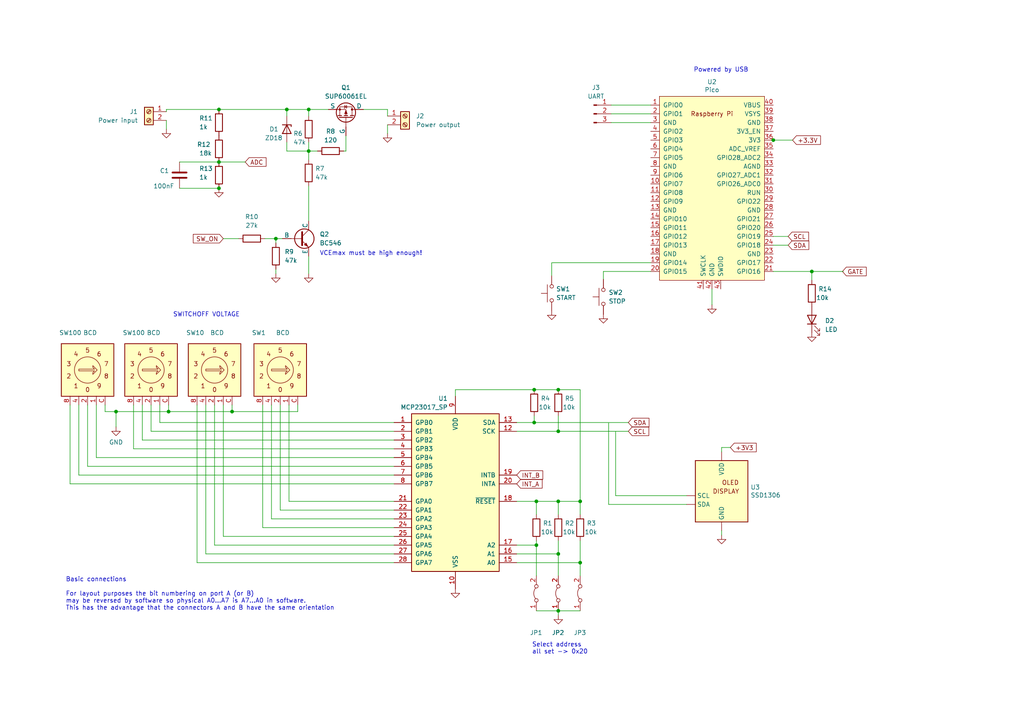
<source format=kicad_sch>
(kicad_sch (version 20230121) (generator eeschema)
  (paper "A4")
  (lib_symbols
    (symbol "Connector:Conn_01x03_Pin" (pin_names (offset 1.016) hide)
      (property "Reference" "J" (at 0 5.08 0))
      (property "Value" "Conn_01x03_Pin" (at 0 -5.08 0))
      (symbol "Conn_01x03_Pin_1_1"
        (polyline (pts (xy 1.27 -2.54) (xy 0.8636 -2.54)) (stroke (width 0.1524)))
        (polyline (pts (xy 1.27 0) (xy 0.8636 0)) (stroke (width 0.1524)))
        (polyline (pts (xy 1.27 2.54) (xy 0.8636 2.54)) (stroke (width 0.1524)))
        (rectangle (start 0.8636 -2.413) (end 0 -2.667) (stroke (width 0.1524)) (fill (type outline)))
        (rectangle (start 0.8636 0.127) (end 0 -0.127) (stroke (width 0.1524)) (fill (type outline)))
        (rectangle (start 0.8636 2.667) (end 0 2.413) (stroke (width 0.1524)) (fill (type outline)))
        (pin passive line (at 5.08 2.54 180) (length 3.81) (name "Pin_1") (number "1"))
        (pin passive line (at 5.08 0 180) (length 3.81) (name "Pin_2") (number "2"))
        (pin passive line (at 5.08 -2.54 180) (length 3.81) (name "Pin_3") (number "3"))
      )
    )
    (symbol "Connector:Screw_Terminal_01x02" (pin_names (offset 1.016) hide)
      (property "Reference" "J" (at 0 2.54 0))
      (property "Value" "Screw_Terminal_01x02" (at 0 -5.08 0))
      (symbol "Screw_Terminal_01x02_1_1"
        (rectangle (start -1.27 1.27) (end 1.27 -3.81) (stroke (width 0.254)) (fill (type background)))
        (circle (center 0 -2.54) (radius 0.635) (stroke (width 0.1524)))
        (polyline (pts (xy -0.5334 -2.2098) (xy 0.3302 -3.048)) (stroke (width 0.1524)))
        (polyline (pts (xy -0.5334 0.3302) (xy 0.3302 -0.508)) (stroke (width 0.1524)))
        (polyline (pts (xy -0.3556 -2.032) (xy 0.508 -2.8702)) (stroke (width 0.1524)))
        (polyline (pts (xy -0.3556 0.508) (xy 0.508 -0.3302)) (stroke (width 0.1524)))
        (circle (center 0 0) (radius 0.635) (stroke (width 0.1524)))
        (pin passive line (at -5.08 0 0) (length 3.81) (name "Pin_1") (number "1"))
        (pin passive line (at -5.08 -2.54 0) (length 3.81) (name "Pin_2") (number "2"))
      )
    )
    (symbol "Device:C" (pin_numbers hide) (pin_names (offset 0.254))
      (property "Reference" "C" (at 0.635 2.54 0))
      (property "Value" "C" (at 0.635 -2.54 0))
      (symbol "C_0_1"
        (polyline (pts (xy -2.032 -0.762) (xy 2.032 -0.762)) (stroke (width 0.508)))
        (polyline (pts (xy -2.032 0.762) (xy 2.032 0.762)) (stroke (width 0.508)))
      )
      (symbol "C_1_1"
        (pin passive line (at 0 3.81 270) (length 2.794) (name "~") (number "1"))
        (pin passive line (at 0 -3.81 90) (length 2.794) (name "~") (number "2"))
      )
    )
    (symbol "Device:D_Zener" (pin_numbers hide) (pin_names (offset 1.016) hide)
      (property "Reference" "D" (at 0 2.54 0))
      (property "Value" "D_Zener" (at 0 -2.54 0))
      (symbol "D_Zener_0_1"
        (polyline (pts (xy 1.27 0) (xy -1.27 0)))
        (polyline (pts (xy -1.27 -1.27) (xy -1.27 1.27) (xy -0.762 1.27)) (stroke (width 0.254)))
        (polyline (pts (xy 1.27 -1.27) (xy 1.27 1.27) (xy -1.27 0) (xy 1.27 -1.27)) (stroke (width 0.254)))
      )
      (symbol "D_Zener_1_1"
        (pin passive line (at -3.81 0 0) (length 2.54) (name "K") (number "1"))
        (pin passive line (at 3.81 0 180) (length 2.54) (name "A") (number "2"))
      )
    )
    (symbol "Device:LED" (pin_numbers hide) (pin_names (offset 1.016) hide)
      (property "Reference" "D" (at 0 2.54 0))
      (property "Value" "LED" (at 0 -2.54 0))
      (symbol "LED_0_1"
        (polyline (pts (xy -1.27 -1.27) (xy -1.27 1.27)) (stroke (width 0.254)))
        (polyline (pts (xy -1.27 0) (xy 1.27 0)))
        (polyline (pts (xy 1.27 -1.27) (xy 1.27 1.27) (xy -1.27 0) (xy 1.27 -1.27)) (stroke (width 0.254)))
        (polyline (pts (xy -3.048 -0.762) (xy -4.572 -2.286) (xy -3.81 -2.286) (xy -4.572 -2.286) (xy -4.572 -1.524)))
        (polyline (pts (xy -1.778 -0.762) (xy -3.302 -2.286) (xy -2.54 -2.286) (xy -3.302 -2.286) (xy -3.302 -1.524)))
      )
      (symbol "LED_1_1"
        (pin passive line (at -3.81 0 0) (length 2.54) (name "K") (number "1"))
        (pin passive line (at 3.81 0 180) (length 2.54) (name "A") (number "2"))
      )
    )
    (symbol "Device:R" (pin_numbers hide) (pin_names (offset 0))
      (property "Reference" "R" (at 2.032 0 90))
      (property "Value" "R" (at 0 0 90))
      (symbol "R_0_1"
        (rectangle (start -1.016 -2.54) (end 1.016 2.54) (stroke (width 0.254)))
      )
      (symbol "R_1_1"
        (pin passive line (at 0 3.81 270) (length 1.27) (name "~") (number "1"))
        (pin passive line (at 0 -3.81 90) (length 1.27) (name "~") (number "2"))
      )
    )
    (symbol "Interface_Expansion:MCP23017_SP" (pin_names (offset 1.016))
      (property "Reference" "U" (at -11.43 24.13 0))
      (property "Value" "MCP23017_SP" (at 0 0 0))
      (symbol "MCP23017_SP_0_1"
        (rectangle (start -12.7 22.86) (end 12.7 -22.86) (stroke (width 0.254)) (fill (type background)))
      )
      (symbol "MCP23017_SP_1_1"
        (pin bidirectional line (at 17.78 20.32 180) (length 5.08) (name "GPB0") (number "1"))
        (pin power_in line (at 0 -27.94 90) (length 5.08) (name "VSS") (number "10"))
        (pin no_connect line (at -12.7 15.24 0) (length 5.08) hide (name "NC") (number "11"))
        (pin input line (at -17.78 17.78 0) (length 5.08) (name "SCK") (number "12"))
        (pin bidirectional line (at -17.78 20.32 0) (length 5.08) (name "SDA") (number "13"))
        (pin no_connect line (at -12.7 12.7 0) (length 5.08) hide (name "NC") (number "14"))
        (pin input line (at -17.78 -20.32 0) (length 5.08) (name "A0") (number "15"))
        (pin input line (at -17.78 -17.78 0) (length 5.08) (name "A1") (number "16"))
        (pin input line (at -17.78 -15.24 0) (length 5.08) (name "A2") (number "17"))
        (pin input line (at -17.78 -2.54 0) (length 5.08) (name "~{RESET}") (number "18"))
        (pin tri_state line (at -17.78 5.08 0) (length 5.08) (name "INTB") (number "19"))
        (pin bidirectional line (at 17.78 17.78 180) (length 5.08) (name "GPB1") (number "2"))
        (pin tri_state line (at -17.78 2.54 0) (length 5.08) (name "INTA") (number "20"))
        (pin bidirectional line (at 17.78 -2.54 180) (length 5.08) (name "GPA0") (number "21"))
        (pin bidirectional line (at 17.78 -5.08 180) (length 5.08) (name "GPA1") (number "22"))
        (pin bidirectional line (at 17.78 -7.62 180) (length 5.08) (name "GPA2") (number "23"))
        (pin bidirectional line (at 17.78 -10.16 180) (length 5.08) (name "GPA3") (number "24"))
        (pin bidirectional line (at 17.78 -12.7 180) (length 5.08) (name "GPA4") (number "25"))
        (pin bidirectional line (at 17.78 -15.24 180) (length 5.08) (name "GPA5") (number "26"))
        (pin bidirectional line (at 17.78 -17.78 180) (length 5.08) (name "GPA6") (number "27"))
        (pin bidirectional line (at 17.78 -20.32 180) (length 5.08) (name "GPA7") (number "28"))
        (pin bidirectional line (at 17.78 15.24 180) (length 5.08) (name "GPB2") (number "3"))
        (pin bidirectional line (at 17.78 12.7 180) (length 5.08) (name "GPB3") (number "4"))
        (pin bidirectional line (at 17.78 10.16 180) (length 5.08) (name "GPB4") (number "5"))
        (pin bidirectional line (at 17.78 7.62 180) (length 5.08) (name "GPB5") (number "6"))
        (pin bidirectional line (at 17.78 5.08 180) (length 5.08) (name "GPB6") (number "7"))
        (pin bidirectional line (at 17.78 2.54 180) (length 5.08) (name "GPB7") (number "8"))
        (pin power_in line (at 0 27.94 270) (length 5.08) (name "VDD") (number "9"))
      )
    )
    (symbol "Jumper:Jumper_2_Bridged" (pin_names (offset 0) hide)
      (property "Reference" "JP" (at 0 1.905 0))
      (property "Value" "Jumper_2_Bridged" (at 0 -2.54 0))
      (symbol "Jumper_2_Bridged_0_0"
        (circle (center -2.032 0) (radius 0.508))
        (circle (center 2.032 0) (radius 0.508))
      )
      (symbol "Jumper_2_Bridged_0_1"
        (arc (start 1.524 0.254) (mid 0 0.762) (end -1.524 0.254))
      )
      (symbol "Jumper_2_Bridged_1_1"
        (pin passive line (at -5.08 0 0) (length 2.54) (name "A") (number "1"))
        (pin passive line (at 5.08 0 180) (length 2.54) (name "B") (number "2"))
      )
    )
    (symbol "Simulation_SPICE:NPN" (pin_numbers hide) (pin_names (offset 0))
      (property "Reference" "Q" (at -2.54 7.62 0))
      (property "Value" "NPN" (at -2.54 5.08 0))
      (symbol "NPN_0_1"
        (polyline (pts (xy -2.54 0) (xy 0.635 0)) (stroke (width 0.1524)))
        (polyline (pts (xy 0.635 0.635) (xy 2.54 2.54)))
        (polyline (pts (xy 2.794 -1.27) (xy 2.794 -1.27)) (stroke (width 0.1524)))
        (polyline (pts (xy 2.794 -1.27) (xy 2.794 -1.27)) (stroke (width 0.1524)))
        (polyline (pts (xy 0.635 -0.635) (xy 2.54 -2.54) (xy 2.54 -2.54)))
        (polyline (pts (xy 0.635 1.905) (xy 0.635 -1.905) (xy 0.635 -1.905)) (stroke (width 0.508)))
        (polyline (pts (xy 1.27 -1.778) (xy 1.778 -1.27) (xy 2.286 -2.286) (xy 1.27 -1.778) (xy 1.27 -1.778)) (fill (type outline)))
        (circle (center 1.27 0) (radius 2.8194) (stroke (width 0.254)))
      )
      (symbol "NPN_1_1"
        (pin open_collector line (at 2.54 5.08 270) (length 2.54) (name "C") (number "1"))
        (pin input line (at -5.08 0 0) (length 2.54) (name "B") (number "2"))
        (pin open_emitter line (at 2.54 -5.08 90) (length 2.54) (name "E") (number "3"))
      )
    )
    (symbol "Simulation_SPICE:PMOS" (pin_numbers hide) (pin_names (offset 0))
      (property "Reference" "Q" (at 5.08 1.27 0))
      (property "Value" "PMOS" (at 5.08 -1.27 0))
      (symbol "PMOS_0_1"
        (polyline (pts (xy 0.254 0) (xy -2.54 0)))
        (polyline (pts (xy 0.254 1.905) (xy 0.254 -1.905)) (stroke (width 0.254)))
        (polyline (pts (xy 0.762 -1.27) (xy 0.762 -2.286)) (stroke (width 0.254)))
        (polyline (pts (xy 0.762 0.508) (xy 0.762 -0.508)) (stroke (width 0.254)))
        (polyline (pts (xy 0.762 2.286) (xy 0.762 1.27)) (stroke (width 0.254)))
        (polyline (pts (xy 2.54 2.54) (xy 2.54 1.778)))
        (polyline (pts (xy 2.54 -2.54) (xy 2.54 0) (xy 0.762 0)))
        (polyline (pts (xy 0.762 1.778) (xy 3.302 1.778) (xy 3.302 -1.778) (xy 0.762 -1.778)))
        (polyline (pts (xy 2.286 0) (xy 1.27 0.381) (xy 1.27 -0.381) (xy 2.286 0)) (fill (type outline)))
        (polyline (pts (xy 2.794 -0.508) (xy 2.921 -0.381) (xy 3.683 -0.381) (xy 3.81 -0.254)))
        (polyline (pts (xy 3.302 -0.381) (xy 2.921 0.254) (xy 3.683 0.254) (xy 3.302 -0.381)))
        (circle (center 1.651 0) (radius 2.794) (stroke (width 0.254)))
        (circle (center 2.54 -1.778) (radius 0.254) (fill (type outline)))
        (circle (center 2.54 1.778) (radius 0.254) (fill (type outline)))
      )
      (symbol "PMOS_1_1"
        (pin passive line (at 2.54 5.08 270) (length 2.54) (name "D") (number "1"))
        (pin input line (at -5.08 0 0) (length 2.54) (name "G") (number "2"))
        (pin passive line (at 2.54 -5.08 90) (length 2.54) (name "S") (number "3"))
      )
    )
    (symbol "Switch:SW_Coded_SH-7030" (pin_names hide)
      (property "Reference" "SW" (at -7.62 8.89 0))
      (property "Value" "SW_Coded_SH-7030" (at -7.62 -8.89 0))
      (symbol "SW_Coded_SH-7030_0_0"
        (text "0" (at 5.715 0 2700) (effects (font (size 1.27 1.27))))
        (text "1" (at 4.6228 -3.3528 2340) (effects (font (size 1.27 1.27))))
        (text "2" (at 1.778 -5.4356 1980) (effects (font (size 1.27 1.27))))
        (text "3" (at -1.778 -5.4356 1620) (effects (font (size 1.27 1.27))))
        (text "4" (at -4.6228 -3.3528 1260) (effects (font (size 1.27 1.27))))
        (text "5" (at -5.715 0 900) (effects (font (size 1.27 1.27))))
        (text "6" (at -4.6228 3.3528 540) (effects (font (size 1.27 1.27))))
        (text "7" (at -1.778 5.4356 180) (effects (font (size 1.27 1.27))))
        (text "8" (at 1.778 5.4356 3420) (effects (font (size 1.27 1.27))))
        (text "9" (at 4.6228 3.3528 3060) (effects (font (size 1.27 1.27))))
      )
      (symbol "SW_Coded_SH-7030_0_1"
        (polyline (pts (xy -0.254 -2.54) (xy -0.254 2.032) (xy -0.762 1.524) (xy -1.27 1.524) (xy 0 2.794) (xy 1.27 1.524) (xy 0.762 1.524) (xy 0.254 2.032) (xy 0.254 -2.54) (xy -0.254 -2.54) (xy -0.254 -2.54)))
        (circle (center 0 0) (radius 3.81))
        (rectangle (start 7.62 7.62) (end -7.62 -7.62) (stroke (width 0.254)) (fill (type background)))
      )
      (symbol "SW_Coded_SH-7030_1_1"
        (pin passive line (at 10.16 2.54 180) (length 2.54) (name "1") (number "1"))
        (pin passive line (at 10.16 0 180) (length 2.54) (name "2") (number "2"))
        (pin passive line (at 10.16 -2.54 180) (length 2.54) (name "4") (number "4"))
        (pin passive line (at 10.16 -5.08 180) (length 2.54) (name "8") (number "8"))
        (pin passive line (at 10.16 5.08 180) (length 2.54) (name "C") (number "C"))
      )
    )
    (symbol "Switch:SW_Push" (pin_numbers hide) (pin_names (offset 1.016) hide)
      (property "Reference" "SW" (at 1.27 2.54 0))
      (property "Value" "SW_Push" (at 0 -1.524 0))
      (symbol "SW_Push_0_1"
        (circle (center -2.032 0) (radius 0.508))
        (polyline (pts (xy 0 1.27) (xy 0 3.048)))
        (polyline (pts (xy 2.54 1.27) (xy -2.54 1.27)))
        (circle (center 2.032 0) (radius 0.508))
        (pin passive line (at -5.08 0 0) (length 2.54) (name "1") (number "1"))
        (pin passive line (at 5.08 0 180) (length 2.54) (name "2") (number "2"))
      )
    )
    (symbol "analogger-rescue:SH1106-oled" (pin_numbers hide)
      (property "Reference" "U" (at 2.54 13.97 0))
      (property "Value" "oled_SH1106" (at 7.62 11.43 0))
      (symbol "SH1106-oled_0_0"
        (text "DISPLAY" (at -1.27 1.27 0) (effects (font (size 1.27 1.27))))
        (text "OLED" (at -2.54 3.81 0) (effects (font (size 1.27 1.27))))
      )
      (symbol "SH1106-oled_0_1"
        (rectangle (start -7.62 10.16) (end 7.62 -7.62) (stroke (width 0.254)) (fill (type background)))
      )
      (symbol "SH1106-oled_1_1"
        (pin input line (at 10.16 0 180) (length 2.54) (name "SCL") (number "10"))
        (pin power_in line (at 0 -10.16 90) (length 2.54) (name "GND") (number "3"))
        (pin power_in line (at 0 12.7 270) (length 2.54) (name "VDD") (number "8"))
        (pin bidirectional line (at 10.16 -2.54 180) (length 2.54) (name "SDA") (number "9"))
      )
    )
    (symbol "power:GND" (power) (pin_names (offset 0))
      (property "Value" "GND" (at 0 -3.81 0))
      (symbol "GND_0_1"
        (polyline (pts (xy 0 0) (xy 0 -1.27) (xy 1.27 -1.27) (xy 0 -2.54) (xy -1.27 -1.27) (xy 0 -1.27)))
      )
      (symbol "GND_1_1"
        (pin power_in line (at 0 0 270) (length 0) hide (name "GND") (number "1"))
      )
    )
    (symbol "swiss_01a-rescue:Pico-Raspi_Pico" (pin_names (offset 1.016))
      (property "Reference" "U" (at -13.97 27.94 0))
      (property "Value" "Raspi_Pico_Pico" (at 0 19.05 0))
      (symbol "Pico-Raspi_Pico_0_0"
        (text "Raspberry Pi" (at 0 21.59 0) (effects (font (size 1.27 1.27))))
      )
      (symbol "Pico-Raspi_Pico_0_1"
        (rectangle (start -15.24 26.67) (end 15.24 -26.67) (fill (type background)))
      )
      (symbol "Pico-Raspi_Pico_1_1"
        (pin bidirectional line (at -17.78 24.13 0) (length 2.54) (name "GPIO0") (number "1"))
        (pin bidirectional line (at -17.78 1.27 0) (length 2.54) (name "GPIO7") (number "10"))
        (pin bidirectional line (at -17.78 -1.27 0) (length 2.54) (name "GPIO8") (number "11"))
        (pin bidirectional line (at -17.78 -3.81 0) (length 2.54) (name "GPIO9") (number "12"))
        (pin power_in line (at -17.78 -6.35 0) (length 2.54) (name "GND") (number "13"))
        (pin bidirectional line (at -17.78 -8.89 0) (length 2.54) (name "GPIO10") (number "14"))
        (pin bidirectional line (at -17.78 -11.43 0) (length 2.54) (name "GPIO11") (number "15"))
        (pin bidirectional line (at -17.78 -13.97 0) (length 2.54) (name "GPIO12") (number "16"))
        (pin bidirectional line (at -17.78 -16.51 0) (length 2.54) (name "GPIO13") (number "17"))
        (pin power_in line (at -17.78 -19.05 0) (length 2.54) (name "GND") (number "18"))
        (pin bidirectional line (at -17.78 -21.59 0) (length 2.54) (name "GPIO14") (number "19"))
        (pin bidirectional line (at -17.78 21.59 0) (length 2.54) (name "GPIO1") (number "2"))
        (pin bidirectional line (at -17.78 -24.13 0) (length 2.54) (name "GPIO15") (number "20"))
        (pin bidirectional line (at 17.78 -24.13 180) (length 2.54) (name "GPIO16") (number "21"))
        (pin bidirectional line (at 17.78 -21.59 180) (length 2.54) (name "GPIO17") (number "22"))
        (pin power_in line (at 17.78 -19.05 180) (length 2.54) (name "GND") (number "23"))
        (pin bidirectional line (at 17.78 -16.51 180) (length 2.54) (name "GPIO18") (number "24"))
        (pin bidirectional line (at 17.78 -13.97 180) (length 2.54) (name "GPIO19") (number "25"))
        (pin bidirectional line (at 17.78 -11.43 180) (length 2.54) (name "GPIO20") (number "26"))
        (pin bidirectional line (at 17.78 -8.89 180) (length 2.54) (name "GPIO21") (number "27"))
        (pin power_in line (at 17.78 -6.35 180) (length 2.54) (name "GND") (number "28"))
        (pin bidirectional line (at 17.78 -3.81 180) (length 2.54) (name "GPIO22") (number "29"))
        (pin power_in line (at -17.78 19.05 0) (length 2.54) (name "GND") (number "3"))
        (pin input line (at 17.78 -1.27 180) (length 2.54) (name "RUN") (number "30"))
        (pin bidirectional line (at 17.78 1.27 180) (length 2.54) (name "GPIO26_ADC0") (number "31"))
        (pin bidirectional line (at 17.78 3.81 180) (length 2.54) (name "GPIO27_ADC1") (number "32"))
        (pin power_in line (at 17.78 6.35 180) (length 2.54) (name "AGND") (number "33"))
        (pin bidirectional line (at 17.78 8.89 180) (length 2.54) (name "GPIO28_ADC2") (number "34"))
        (pin unspecified line (at 17.78 11.43 180) (length 2.54) (name "ADC_VREF") (number "35"))
        (pin unspecified line (at 17.78 13.97 180) (length 2.54) (name "3V3") (number "36"))
        (pin input line (at 17.78 16.51 180) (length 2.54) (name "3V3_EN") (number "37"))
        (pin bidirectional line (at 17.78 19.05 180) (length 2.54) (name "GND") (number "38"))
        (pin unspecified line (at 17.78 21.59 180) (length 2.54) (name "VSYS") (number "39"))
        (pin bidirectional line (at -17.78 16.51 0) (length 2.54) (name "GPIO2") (number "4"))
        (pin unspecified line (at 17.78 24.13 180) (length 2.54) (name "VBUS") (number "40"))
        (pin input line (at -2.54 -29.21 90) (length 2.54) (name "SWCLK") (number "41"))
        (pin power_in line (at 0 -29.21 90) (length 2.54) (name "GND") (number "42"))
        (pin bidirectional line (at 2.54 -29.21 90) (length 2.54) (name "SWDIO") (number "43"))
        (pin bidirectional line (at -17.78 13.97 0) (length 2.54) (name "GPIO3") (number "5"))
        (pin bidirectional line (at -17.78 11.43 0) (length 2.54) (name "GPIO4") (number "6"))
        (pin bidirectional line (at -17.78 8.89 0) (length 2.54) (name "GPIO5") (number "7"))
        (pin power_in line (at -17.78 6.35 0) (length 2.54) (name "GND") (number "8"))
        (pin bidirectional line (at -17.78 3.81 0) (length 2.54) (name "GPIO6") (number "9"))
      )
    )
  )
  (junction (at 154.94 113.03))
  (junction (at 161.925 145.415))
  (junction (at 235.458 78.74))
  (junction (at 89.535 43.815))
  (junction (at 161.925 113.03))
  (junction (at 83.185 31.75))
  (junction (at 224.282 40.64))
  (junction (at 67.31 119.38))
  (junction (at 155.575 145.415))
  (junction (at 168.275 163.195))
  (junction (at 161.925 125.095))
  (junction (at 63.5 46.99))
  (junction (at 48.895 119.38))
  (junction (at 80.01 69.215))
  (junction (at 155.575 158.115))
  (junction (at 63.5 31.75))
  (junction (at 33.655 119.38))
  (junction (at 89.535 31.75))
  (junction (at 63.5 54.61))
  (junction (at 168.275 145.415))
  (junction (at 161.925 160.655))
  (junction (at 154.94 122.555))
  (junction (at 161.925 177.165))
  (wire (pts (xy 168.275 163.195) (xy 168.275 156.845)))
  (wire (pts (xy 168.275 163.195) (xy 168.275 167.005)))
  (wire (pts (xy 209.296 153.924) (xy 209.296 155.194)))
  (wire (pts (xy 154.94 122.555) (xy 182.245 122.555)))
  (wire (pts (xy 114.3 158.115) (xy 62.23 158.115)))
  (wire (pts (xy 83.185 41.275) (xy 83.185 43.815)))
  (wire (pts (xy 177.292 33.02) (xy 188.722 33.02)))
  (wire (pts (xy 64.77 69.215) (xy 69.215 69.215)))
  (wire (pts (xy 211.836 129.794) (xy 209.296 129.794)))
  (wire (pts (xy 20.32 140.335) (xy 20.32 117.475)))
  (wire (pts (xy 114.3 132.715) (xy 27.94 132.715)))
  (wire (pts (xy 83.185 31.75) (xy 83.185 33.655)))
  (wire (pts (xy 80.01 69.215) (xy 80.01 70.485)))
  (wire (pts (xy 229.87 40.64) (xy 224.282 40.64)))
  (wire (pts (xy 89.535 53.975) (xy 89.535 64.135)))
  (wire (pts (xy 154.94 113.03) (xy 161.925 113.03)))
  (wire (pts (xy 76.2 153.035) (xy 76.2 117.475)))
  (wire (pts (xy 86.36 119.38) (xy 67.31 119.38)))
  (wire (pts (xy 114.3 145.415) (xy 83.82 145.415)))
  (wire (pts (xy 81.28 147.955) (xy 81.28 117.475)))
  (wire (pts (xy 80.01 78.105) (xy 80.01 79.375)))
  (wire (pts (xy 209.296 129.794) (xy 209.296 131.064)))
  (wire (pts (xy 57.15 163.195) (xy 57.15 117.475)))
  (wire (pts (xy 161.925 177.165) (xy 161.925 178.435)))
  (wire (pts (xy 48.26 31.75) (xy 48.26 32.385)))
  (wire (pts (xy 59.69 160.655) (xy 59.69 117.475)))
  (wire (pts (xy 112.395 31.75) (xy 105.41 31.75)))
  (wire (pts (xy 168.275 149.225) (xy 168.275 145.415)))
  (wire (pts (xy 161.925 145.415) (xy 161.925 149.225)))
  (wire (pts (xy 112.395 33.655) (xy 112.395 31.75)))
  (wire (pts (xy 100.33 43.815) (xy 100.33 39.37)))
  (wire (pts (xy 155.575 158.115) (xy 155.575 167.005)))
  (wire (pts (xy 114.3 127.635) (xy 41.275 127.635)))
  (wire (pts (xy 89.535 31.75) (xy 83.185 31.75)))
  (wire (pts (xy 48.895 117.475) (xy 48.895 119.38)))
  (wire (pts (xy 177.292 30.48) (xy 188.722 30.48)))
  (wire (pts (xy 46.355 122.555) (xy 46.355 117.475)))
  (wire (pts (xy 188.722 76.2) (xy 160.02 76.2)))
  (wire (pts (xy 161.925 145.415) (xy 155.575 145.415)))
  (wire (pts (xy 161.925 177.165) (xy 168.275 177.165)))
  (wire (pts (xy 63.5 31.75) (xy 83.185 31.75)))
  (wire (pts (xy 38.735 130.175) (xy 38.735 117.475)))
  (wire (pts (xy 95.25 31.75) (xy 89.535 31.75)))
  (wire (pts (xy 48.26 31.75) (xy 63.5 31.75)))
  (wire (pts (xy 161.925 120.65) (xy 161.925 125.095)))
  (wire (pts (xy 33.655 119.38) (xy 33.655 123.825)))
  (wire (pts (xy 89.535 31.75) (xy 89.535 33.655)))
  (wire (pts (xy 67.31 117.475) (xy 67.31 119.38)))
  (wire (pts (xy 132.08 113.03) (xy 132.08 114.935)))
  (wire (pts (xy 43.815 125.095) (xy 43.815 117.475)))
  (wire (pts (xy 149.86 160.655) (xy 161.925 160.655)))
  (wire (pts (xy 78.74 150.495) (xy 78.74 117.475)))
  (wire (pts (xy 48.895 119.38) (xy 33.655 119.38)))
  (wire (pts (xy 114.3 155.575) (xy 64.77 155.575)))
  (wire (pts (xy 168.275 145.415) (xy 161.925 145.415)))
  (wire (pts (xy 199.136 146.304) (xy 176.53 146.304)))
  (wire (pts (xy 33.655 119.38) (xy 30.48 119.38)))
  (wire (pts (xy 114.3 130.175) (xy 38.735 130.175)))
  (wire (pts (xy 83.82 145.415) (xy 83.82 117.475)))
  (wire (pts (xy 114.3 137.795) (xy 22.86 137.795)))
  (wire (pts (xy 224.282 71.12) (xy 228.6 71.12)))
  (wire (pts (xy 235.458 78.74) (xy 235.458 81.28)))
  (wire (pts (xy 178.562 125.222) (xy 178.562 143.764)))
  (wire (pts (xy 206.502 83.82) (xy 206.502 88.392)))
  (wire (pts (xy 76.835 69.215) (xy 80.01 69.215)))
  (wire (pts (xy 154.94 120.65) (xy 154.94 122.555)))
  (wire (pts (xy 168.275 113.03) (xy 168.275 145.415)))
  (wire (pts (xy 63.5 46.99) (xy 71.12 46.99)))
  (wire (pts (xy 41.275 127.635) (xy 41.275 117.475)))
  (wire (pts (xy 224.282 68.58) (xy 228.6 68.58)))
  (wire (pts (xy 161.925 160.655) (xy 161.925 156.845)))
  (wire (pts (xy 149.86 158.115) (xy 155.575 158.115)))
  (wire (pts (xy 114.3 150.495) (xy 78.74 150.495)))
  (wire (pts (xy 80.01 69.215) (xy 81.915 69.215)))
  (wire (pts (xy 114.3 163.195) (xy 57.15 163.195)))
  (wire (pts (xy 199.136 143.764) (xy 178.562 143.764)))
  (wire (pts (xy 149.86 125.095) (xy 161.925 125.095)))
  (wire (pts (xy 160.02 76.2) (xy 160.02 80.01)))
  (wire (pts (xy 114.3 160.655) (xy 59.69 160.655)))
  (wire (pts (xy 161.925 113.03) (xy 168.275 113.03)))
  (wire (pts (xy 224.282 78.74) (xy 235.458 78.74)))
  (wire (pts (xy 48.26 34.925) (xy 48.26 37.465)))
  (wire (pts (xy 155.575 145.415) (xy 149.86 145.415)))
  (wire (pts (xy 112.395 36.195) (xy 112.395 38.735)))
  (wire (pts (xy 83.185 43.815) (xy 89.535 43.815)))
  (wire (pts (xy 52.07 54.61) (xy 63.5 54.61)))
  (wire (pts (xy 114.3 125.095) (xy 43.815 125.095)))
  (wire (pts (xy 67.31 119.38) (xy 48.895 119.38)))
  (wire (pts (xy 89.535 43.815) (xy 92.075 43.815)))
  (wire (pts (xy 64.77 155.575) (xy 64.77 117.475)))
  (wire (pts (xy 114.3 147.955) (xy 81.28 147.955)))
  (wire (pts (xy 155.575 158.115) (xy 155.575 156.845)))
  (wire (pts (xy 62.23 158.115) (xy 62.23 117.475)))
  (wire (pts (xy 25.4 135.255) (xy 25.4 117.475)))
  (wire (pts (xy 224.282 40.64) (xy 224.155 40.64)))
  (wire (pts (xy 27.94 132.715) (xy 27.94 117.475)))
  (wire (pts (xy 114.3 122.555) (xy 46.355 122.555)))
  (wire (pts (xy 175.006 78.74) (xy 188.722 78.74)))
  (wire (pts (xy 161.925 160.655) (xy 161.925 167.005)))
  (wire (pts (xy 155.575 145.415) (xy 155.575 149.225)))
  (wire (pts (xy 114.3 140.335) (xy 20.32 140.335)))
  (wire (pts (xy 114.3 153.035) (xy 76.2 153.035)))
  (wire (pts (xy 177.292 35.56) (xy 188.722 35.56)))
  (wire (pts (xy 86.36 117.475) (xy 86.36 119.38)))
  (wire (pts (xy 175.006 81.026) (xy 175.006 78.74)))
  (wire (pts (xy 89.535 43.815) (xy 89.535 46.355)))
  (wire (pts (xy 176.53 122.682) (xy 176.53 146.304)))
  (wire (pts (xy 89.535 41.275) (xy 89.535 43.815)))
  (wire (pts (xy 149.86 163.195) (xy 168.275 163.195)))
  (wire (pts (xy 52.07 46.99) (xy 63.5 46.99)))
  (wire (pts (xy 161.925 125.095) (xy 182.245 125.095)))
  (wire (pts (xy 149.86 122.555) (xy 154.94 122.555)))
  (wire (pts (xy 114.3 135.255) (xy 25.4 135.255)))
  (wire (pts (xy 89.535 74.295) (xy 89.535 79.375)))
  (wire (pts (xy 235.458 78.74) (xy 244.602 78.74)))
  (wire (pts (xy 132.08 113.03) (xy 154.94 113.03)))
  (wire (pts (xy 99.695 43.815) (xy 100.33 43.815)))
  (wire (pts (xy 30.48 119.38) (xy 30.48 117.475)))
  (wire (pts (xy 22.86 137.795) (xy 22.86 117.475)))
  (wire (pts (xy 155.575 177.165) (xy 161.925 177.165)))
  (text "Select address\nall set -> 0x20" (at 154.305 189.865 0) (effects (font (size 1.27 1.27)) (justify left bottom)))
  (text "VCEmax must be high enough!" (at 92.71 74.295 0) (effects (font (size 1.27 1.27)) (justify left bottom)))
  (text "For layout purposes the bit numbering on port A (or B)\nmay be reversed by software so physical A0...A7 is A7...A0 in software.\nThis has the advantage that the connectors A and B have the same orientation\n" (at 19.05 177.165 0) (effects (font (size 1.27 1.27)) (justify left bottom)))
  (text "SWITCHOFF VOLTAGE" (at 50.165 92.075 0) (effects (font (size 1.27 1.27)) (justify left bottom)))
  (text "Basic connections" (at 19.05 168.91 0) (effects (font (size 1.27 1.27)) (justify left bottom)))
  (text "Powered by USB" (at 201.168 21.082 0) (effects (font (size 1.27 1.27)) (justify left bottom)))
  (global_label "+3.3V" (shape input) (at 229.87 40.64 0) (property "Intersheetrefs" "${INTERSHEET_REFS}" (effects hide)))
  (global_label "SCL" (shape input) (at 228.6 68.58 0) (property "Intersheetrefs" "${INTERSHEET_REFS}" (effects hide)))
  (global_label "INT_A" (shape input) (at 149.86 140.335 0) (property "Intersheetrefs" "${INTERSHEET_REFS}" (effects hide)))
  (global_label "GATE" (shape input) (at 244.348 78.74 0) (property "Intersheetrefs" "${INTERSHEET_REFS}" (effects hide)))
  (global_label "+3V3" (shape input) (at 211.836 129.794 0) (property "Intersheetrefs" "${INTERSHEET_REFS}" (effects hide)))
  (global_label "INT_B" (shape input) (at 149.86 137.795 0) (property "Intersheetrefs" "${INTERSHEET_REFS}" (effects hide)))
  (global_label "SW_ON" (shape input) (at 64.77 69.215 180) (property "Intersheetrefs" "${INTERSHEET_REFS}" (effects hide)))
  (global_label "SCL" (shape input) (at 182.245 125.095 0) (property "Intersheetrefs" "${INTERSHEET_REFS}" (effects hide)))
  (global_label "ADC" (shape input) (at 71.12 46.99 0) (property "Intersheetrefs" "${INTERSHEET_REFS}" (effects hide)))
  (global_label "SDA" (shape input) (at 228.6 71.12 0) (property "Intersheetrefs" "${INTERSHEET_REFS}" (effects hide)))
  (global_label "SDA" (shape input) (at 182.245 122.555 0) (property "Intersheetrefs" "${INTERSHEET_REFS}" (effects hide)))
  (symbol (lib_id "Switch:SW_Push") (at 160.02 85.09 90) (unit 1)
    (property "Reference" "SW1" (at 161.29 83.82 90) (effects (justify right)))
    (property "Value" "START" (at 161.29 86.36 90) (effects (justify right)))
  )
  (symbol (lib_id "Device:LED") (at 235.458 92.71 90) (unit 1)
    (property "Reference" "D2" (at 239.268 93.0275 90) (effects (justify right)))
    (property "Value" "LED" (at 239.268 95.5675 90) (effects (justify right)))
  )
  (symbol (lib_id "Device:R") (at 63.5 50.8 0) (unit 1)
    (property "Reference" "R13" (at 57.785 48.895 0) (effects (justify left)))
    (property "Value" "1k" (at 57.785 51.435 0) (effects (justify left)))
  )
  (symbol (lib_id "Device:D_Zener") (at 83.185 37.465 270) (unit 1)
    (property "Reference" "D1" (at 78.105 37.465 90) (effects (justify left)))
    (property "Value" "ZD18" (at 76.835 40.005 90) (effects (justify left)))
  )
  (symbol (lib_id "Device:R") (at 89.535 37.465 0) (unit 1)
    (property "Reference" "R6" (at 85.09 38.735 0) (effects (justify left)))
    (property "Value" "47k" (at 85.09 41.275 0) (effects (justify left)))
  )
  (symbol (lib_id "power:GND") (at 80.01 79.375 0) (unit 1)
    (property "Reference" "#PWR06" (effects hide))
    (property "Value" "GND" (effects hide))
  )
  (symbol (lib_id "power:GND") (at 160.02 90.17 0) (unit 1)
    (property "Reference" "#PWR011" (effects hide))
    (property "Value" "GND" (effects hide))
  )
  (symbol (lib_id "Device:R") (at 80.01 74.295 0) (unit 1)
    (property "Reference" "R9" (at 82.55 73.025 0) (effects (justify left)))
    (property "Value" "47k" (at 82.55 75.565 0) (effects (justify left)))
  )
  (symbol (lib_id "Switch:SW_Coded_SH-7030") (at 25.4 107.315 270) (unit 1)
    (property "Reference" "SW100" (at 17.145 96.52 90) (effects (justify left)))
    (property "Value" "BCD" (at 24.13 96.52 90) (effects (justify left)))
    (property "Datasheet" "https://www.nidec-copal-electronics.com/e/catalog/switch/sh-7000.pdf" (effects hide))
  )
  (symbol (lib_id "Simulation_SPICE:NPN") (at 86.995 69.215 0) (unit 1)
    (property "Reference" "Q2" (at 92.71 67.945 0) (effects (justify left)))
    (property "Value" "BC546" (at 92.71 70.485 0) (effects (justify left)))
    (property "Datasheet" "https://ngspice.sourceforge.io/docs/ngspice-html-manual/manual.xhtml#cha_BJTs" (effects hide))
    (property "Sim.Device" "NPN" (effects hide))
    (property "Sim.Type" "GUMMELPOON" (effects hide))
    (property "Sim.Pins" "1=C 2=B 3=E" (effects hide))
  )
  (symbol (lib_id "Device:R") (at 63.5 43.18 0) (unit 1)
    (property "Reference" "R12" (at 57.15 41.91 0) (effects (justify left)))
    (property "Value" "18k" (at 57.785 44.45 0) (effects (justify left)))
  )
  (symbol (lib_id "Device:R") (at 161.925 153.035 0) (unit 1)
    (property "Reference" "R2" (at 163.83 151.765 0) (effects (justify left)))
    (property "Value" "10k" (at 163.195 154.305 0) (effects (justify left)))
  )
  (symbol (lib_id "power:GND") (at 206.502 88.392 0) (unit 1)
    (property "Reference" "#PWR04" (effects hide))
    (property "Value" "GND" (effects hide))
  )
  (symbol (lib_id "power:GND") (at 89.535 79.375 0) (unit 1)
    (property "Reference" "#PWR05" (effects hide))
    (property "Value" "GND" (effects hide))
  )
  (symbol (lib_id "power:GND") (at 235.458 96.52 0) (unit 1)
    (property "Reference" "#PWR012" (effects hide))
    (property "Value" "GND" (effects hide))
  )
  (symbol (lib_id "swiss_01a-rescue:Pico-Raspi_Pico") (at 206.502 54.61 0) (unit 1)
    (property "Reference" "U2" (at 206.502 23.749 0))
    (property "Value" "Pico" (at 206.502 26.0604 0))
    (property "Footprint" "RPi_Pico:RPi_Pico_SMD_TH" (effects hide))
  )
  (symbol (lib_id "Jumper:Jumper_2_Bridged") (at 168.275 172.085 90) (unit 1)
    (property "Reference" "JP3" (at 166.37 183.515 90) (effects (justify right)))
    (property "Value" " " (at 170.18 173.355 90) (effects (justify right)))
  )
  (symbol (lib_id "Device:R") (at 73.025 69.215 90) (unit 1)
    (property "Reference" "R10" (at 73.025 62.865 90))
    (property "Value" "27k" (at 73.025 65.405 90))
  )
  (symbol (lib_id "Connector:Conn_01x03_Pin") (at 172.212 33.02 0) (unit 1)
    (property "Reference" "J3" (at 172.847 25.4 0))
    (property "Value" "UART" (at 172.847 27.94 0))
  )
  (symbol (lib_id "Switch:SW_Push") (at 175.006 86.106 90) (unit 1)
    (property "Reference" "SW2" (at 176.53 84.836 90) (effects (justify right)))
    (property "Value" "STOP" (at 176.53 87.376 90) (effects (justify right)))
  )
  (symbol (lib_id "power:GND") (at 48.26 37.465 0) (unit 1)
    (property "Reference" "#PWR07" (effects hide))
    (property "Value" "GND" (effects hide))
  )
  (symbol (lib_id "power:GND") (at 161.925 178.435 0) (unit 1)
    (property "Reference" "#PWR03" (effects hide))
    (property "Value" "GND" (effects hide))
  )
  (symbol (lib_id "power:GND") (at 33.655 123.825 0) (unit 1)
    (property "Reference" "#PWR01" (effects hide))
    (property "Value" "GND" (at 33.655 128.27 0))
  )
  (symbol (lib_id "power:GND") (at 209.296 155.194 0) (mirror y) (unit 1)
    (property "Reference" "#PWR013" (effects hide))
    (property "Value" "GND" (effects hide))
  )
  (symbol (lib_id "Jumper:Jumper_2_Bridged") (at 161.925 172.085 90) (unit 1)
    (property "Reference" "JP2" (at 160.02 183.515 90) (effects (justify right)))
    (property "Value" " " (at 163.83 173.355 90) (effects (justify right)))
  )
  (symbol (lib_id "Device:R") (at 155.575 153.035 0) (unit 1)
    (property "Reference" "R1" (at 157.48 151.765 0) (effects (justify left)))
    (property "Value" "10k" (at 156.845 154.305 0) (effects (justify left)))
  )
  (symbol (lib_id "Switch:SW_Coded_SH-7030") (at 81.28 107.315 270) (unit 1)
    (property "Reference" "SW1" (at 73.025 96.52 90) (effects (justify left)))
    (property "Value" "BCD" (at 80.01 96.52 90) (effects (justify left)))
    (property "Datasheet" "https://www.nidec-copal-electronics.com/e/catalog/switch/sh-7000.pdf" (effects hide))
  )
  (symbol (lib_id "Switch:SW_Coded_SH-7030") (at 62.23 107.315 270) (unit 1)
    (property "Reference" "SW10" (at 53.975 96.52 90) (effects (justify left)))
    (property "Value" "BCD" (at 60.96 96.52 90) (effects (justify left)))
    (property "Datasheet" "https://www.nidec-copal-electronics.com/e/catalog/switch/sh-7000.pdf" (effects hide))
  )
  (symbol (lib_id "Device:R") (at 154.94 116.84 0) (unit 1)
    (property "Reference" "R4" (at 156.845 115.57 0) (effects (justify left)))
    (property "Value" "10k" (at 156.21 118.11 0) (effects (justify left)))
  )
  (symbol (lib_id "Device:R") (at 168.275 153.035 0) (unit 1)
    (property "Reference" "R3" (at 170.18 151.765 0) (effects (justify left)))
    (property "Value" "10k" (at 169.545 154.305 0) (effects (justify left)))
  )
  (symbol (lib_id "Connector:Screw_Terminal_01x02") (at 117.475 33.655 0) (unit 1)
    (property "Reference" "J2" (at 120.65 33.655 0) (effects (justify left)))
    (property "Value" "Power output" (at 120.65 36.195 0) (effects (justify left)))
  )
  (symbol (lib_id "Device:R") (at 235.458 85.09 0) (unit 1)
    (property "Reference" "R14" (at 237.363 83.82 0) (effects (justify left)))
    (property "Value" "10k" (at 236.728 86.36 0) (effects (justify left)))
  )
  (symbol (lib_id "analogger-rescue:SH1106-oled") (at 209.296 143.764 0) (mirror y) (unit 1)
    (property "Reference" "U3" (at 217.678 141.3256 0) (effects (justify right)))
    (property "Value" "SSD1306" (at 217.678 143.637 0) (effects (justify right)))
  )
  (symbol (lib_id "power:GND") (at 63.5 54.61 0) (unit 1)
    (property "Reference" "#PWR09" (effects hide))
    (property "Value" "GND" (effects hide))
  )
  (symbol (lib_id "Device:R") (at 95.885 43.815 90) (unit 1)
    (property "Reference" "R8" (at 95.885 38.1 90))
    (property "Value" "120" (at 95.885 40.64 90))
  )
  (symbol (lib_id "Device:R") (at 161.925 116.84 0) (unit 1)
    (property "Reference" "R5" (at 163.83 115.57 0) (effects (justify left)))
    (property "Value" "10k" (at 163.195 118.11 0) (effects (justify left)))
  )
  (symbol (lib_id "Device:C") (at 52.07 50.8 0) (unit 1)
    (property "Reference" "C1" (at 46.355 49.53 0) (effects (justify left)))
    (property "Value" "100nF" (at 44.45 53.975 0) (effects (justify left)))
  )
  (symbol (lib_id "Switch:SW_Coded_SH-7030") (at 43.815 107.315 270) (unit 1)
    (property "Reference" "SW100" (at 35.56 96.52 90) (effects (justify left)))
    (property "Value" "BCD" (at 42.545 96.52 90) (effects (justify left)))
    (property "Datasheet" "https://www.nidec-copal-electronics.com/e/catalog/switch/sh-7000.pdf" (effects hide))
  )
  (symbol (lib_id "Device:R") (at 89.535 50.165 0) (unit 1)
    (property "Reference" "R7" (at 91.44 48.895 0) (effects (justify left)))
    (property "Value" "47k" (at 91.44 51.435 0) (effects (justify left)))
  )
  (symbol (lib_id "Connector:Screw_Terminal_01x02") (at 43.18 32.385 0) (mirror y) (unit 1)
    (property "Reference" "J1" (at 40.005 32.385 0) (effects (justify left)))
    (property "Value" "Power input" (at 40.005 34.925 0) (effects (justify left)))
  )
  (symbol (lib_id "power:GND") (at 112.395 38.735 0) (unit 1)
    (property "Reference" "#PWR08" (effects hide))
    (property "Value" "GND" (effects hide))
  )
  (symbol (lib_id "power:GND") (at 175.006 91.186 0) (unit 1)
    (property "Reference" "#PWR010" (effects hide))
    (property "Value" "GND" (effects hide))
  )
  (symbol (lib_id "Device:R") (at 63.5 35.56 0) (unit 1)
    (property "Reference" "R11" (at 57.785 34.29 0) (effects (justify left)))
    (property "Value" "1k" (at 57.785 36.83 0) (effects (justify left)))
  )
  (symbol (lib_id "Interface_Expansion:MCP23017_SP") (at 132.08 142.875 0) (mirror y) (unit 1)
    (property "Reference" "U1" (at 129.8859 115.57 0) (effects (justify left)))
    (property "Value" "MCP23017_SP" (at 129.8859 118.11 0) (effects (justify left)))
    (property "Footprint" "Package_DIP:DIP-28_W7.62mm" (effects hide))
    (property "Datasheet" "http://ww1.microchip.com/downloads/en/DeviceDoc/20001952C.pdf" (effects hide))
  )
  (symbol (lib_id "Simulation_SPICE:PMOS") (at 100.33 34.29 270) (mirror x) (unit 1)
    (property "Reference" "Q1" (at 100.33 25.4 90))
    (property "Value" "SUP60061EL" (at 100.33 27.94 90))
    (property "Datasheet" "https://ngspice.sourceforge.io/docs/ngspice-html-manual/manual.xhtml#cha_MOSFETs" (effects hide))
    (property "Sim.Device" "PMOS" (effects hide))
    (property "Sim.Type" "VDMOS" (effects hide))
    (property "Sim.Pins" "1=D 2=G 3=S" (effects hide))
  )
  (symbol (lib_id "power:GND") (at 132.08 170.815 0) (unit 1)
    (property "Reference" "#PWR02" (effects hide))
    (property "Value" "GND" (effects hide))
  )
  (symbol (lib_id "Jumper:Jumper_2_Bridged") (at 155.575 172.085 90) (unit 1)
    (property "Reference" "JP1" (at 153.67 183.515 90) (effects (justify right)))
    (property "Value" " " (at 157.48 173.355 90) (effects (justify right)))
  )
)
</source>
